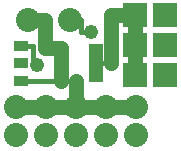
<source format=gbr>
%FSLAX35Y35*%
%MOIN*%
G04 EasyPC Gerber Version 18.0.8 Build 3632 *
%ADD102R,0.04724X0.12795*%
%ADD108R,0.08000X0.08000*%
%ADD70C,0.01500*%
%ADD71C,0.04800*%
%ADD26C,0.05000*%
%ADD101R,0.04724X0.03543*%
%ADD107C,0.08000*%
X0Y0D02*
D02*
D70*
X11750Y28750D02*
X10250D01*
Y35156*
X6152*
X19750Y23344D02*
X6152D01*
X22750Y43750D02*
X26250D01*
Y39750*
X29750*
X24750Y23344D02*
X19750D01*
X31348Y29250D02*
X36250D01*
D02*
D71*
X11750Y28750D03*
X29750Y39750D03*
D02*
D26*
X4750Y14750D02*
X44750D01*
X8750Y43750D02*
X14250D01*
Y34250*
X19750*
Y23344*
X24750Y14750D02*
Y23344D01*
X36250Y29250D02*
Y45250D01*
X44250*
Y25250*
D02*
D101*
X6152Y23344D03*
Y29250D03*
Y35156D03*
D02*
D102*
X31348Y29250D03*
D02*
D107*
X4750Y5250D03*
Y14750D03*
X8750Y43750D03*
X14750Y5250D03*
Y14750D03*
X22750Y43750D03*
X24750Y5250D03*
Y14750D03*
X34750Y5250D03*
Y14750D03*
X44750Y5250D03*
Y14750D03*
D02*
D108*
X44250Y25250D03*
Y35250D03*
Y45250D03*
X54250Y25250D03*
Y35250D03*
Y45250D03*
X0Y0D02*
M02*

</source>
